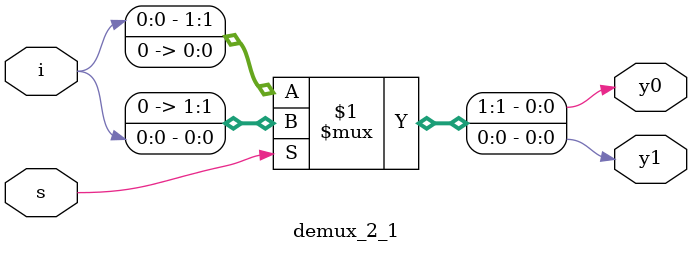
<source format=v>
module demux_2_1(
  input s,
  input i,
  output y0, y1);
  
  assign {y0,y1} = s?{1'b0,i}: {i,1'b0};
endmodule

</source>
